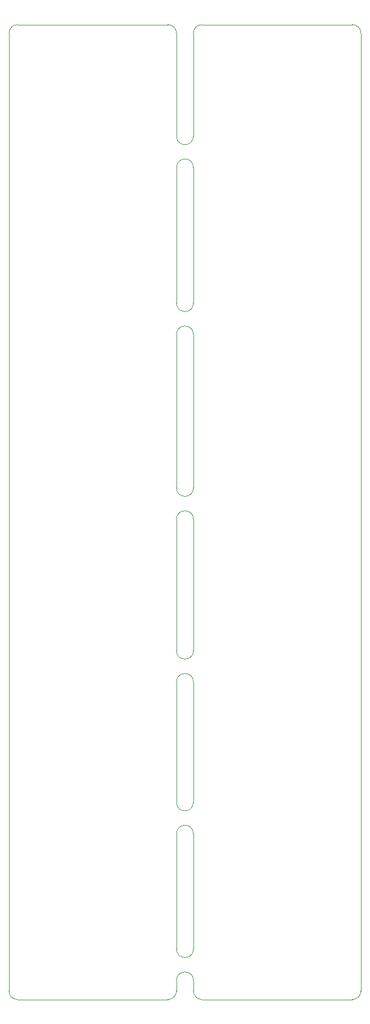
<source format=gm1>
%TF.GenerationSoftware,KiCad,Pcbnew,(5.1.8-0-10_14)*%
%TF.CreationDate,2021-07-08T18:47:32+01:00*%
%TF.ProjectId,serge-r6-gate-ringmod,73657267-652d-4723-962d-676174652d72,rev?*%
%TF.SameCoordinates,Original*%
%TF.FileFunction,Profile,NP*%
%FSLAX46Y46*%
G04 Gerber Fmt 4.6, Leading zero omitted, Abs format (unit mm)*
G04 Created by KiCad (PCBNEW (5.1.8-0-10_14)) date 2021-07-08 18:47:32*
%MOMM*%
%LPD*%
G01*
G04 APERTURE LIST*
%TA.AperFunction,Profile*%
%ADD10C,0.050000*%
%TD*%
G04 APERTURE END LIST*
D10*
X111887000Y-176530000D02*
X111887000Y-174942500D01*
X114427000Y-174942500D02*
X114427000Y-176530000D01*
X111887000Y-170243500D02*
X111887000Y-152971500D01*
X114427000Y-152971500D02*
X114427000Y-170243500D01*
X111887000Y-148272500D02*
X111887000Y-130238500D01*
X114427000Y-130238500D02*
X114427000Y-148272500D01*
X111887000Y-125539500D02*
X111887000Y-105854500D01*
X114427000Y-105854500D02*
X114427000Y-125539500D01*
X111887000Y-78168500D02*
X111887000Y-101155500D01*
X114427000Y-78168500D02*
X114427000Y-101155500D01*
X111887000Y-73469500D02*
X111887000Y-53149500D01*
X114427000Y-53149500D02*
X114427000Y-73469500D01*
X111887000Y-48450500D02*
X111887000Y-33020000D01*
X114427000Y-33020000D02*
X114427000Y-48450500D01*
X114427000Y-48450500D02*
G75*
G02*
X111887000Y-48450500I-1270000J0D01*
G01*
X111887000Y-53149500D02*
G75*
G02*
X114427000Y-53149500I1270000J0D01*
G01*
X114427000Y-73469500D02*
G75*
G02*
X111887000Y-73469500I-1270000J0D01*
G01*
X111887000Y-78168500D02*
G75*
G02*
X114427000Y-78168500I1270000J0D01*
G01*
X114427000Y-101155500D02*
G75*
G02*
X111887000Y-101155500I-1270000J0D01*
G01*
X111887000Y-105854500D02*
G75*
G02*
X114427000Y-105854500I1270000J0D01*
G01*
X114427000Y-125539500D02*
G75*
G02*
X111887000Y-125539500I-1270000J0D01*
G01*
X111887000Y-130238500D02*
G75*
G02*
X114427000Y-130238500I1270000J0D01*
G01*
X114427000Y-148272500D02*
G75*
G02*
X111887000Y-148272500I-1270000J0D01*
G01*
X111887000Y-152971500D02*
G75*
G02*
X114427000Y-152971500I1270000J0D01*
G01*
X114427000Y-170243500D02*
G75*
G02*
X111887000Y-170243500I-1270000J0D01*
G01*
X111887000Y-174942500D02*
G75*
G02*
X114427000Y-174942500I1270000J0D01*
G01*
X111887000Y-176530000D02*
G75*
G02*
X110617000Y-177800000I-1270000J0D01*
G01*
X88011000Y-177800000D02*
G75*
G02*
X86741000Y-176530000I0J1270000D01*
G01*
X86741000Y-33020000D02*
G75*
G02*
X88011000Y-31750000I1270000J0D01*
G01*
X115697000Y-177800000D02*
G75*
G02*
X114427000Y-176530000I0J1270000D01*
G01*
X139573000Y-176530000D02*
G75*
G02*
X138303000Y-177800000I-1270000J0D01*
G01*
X138303000Y-31750000D02*
G75*
G02*
X139573000Y-33020000I0J-1270000D01*
G01*
X110617000Y-31750000D02*
G75*
G02*
X111887000Y-33020000I0J-1270000D01*
G01*
X114427000Y-33020000D02*
G75*
G02*
X115697000Y-31750000I1270000J0D01*
G01*
X138303000Y-177800000D02*
X115697000Y-177800000D01*
X139573000Y-33020000D02*
X139573000Y-176530000D01*
X115697000Y-31750000D02*
X138303000Y-31750000D01*
X86741000Y-33020000D02*
X86741000Y-176530000D01*
X110617000Y-31750000D02*
X88011000Y-31750000D01*
X88011000Y-177800000D02*
X110617000Y-177800000D01*
M02*

</source>
